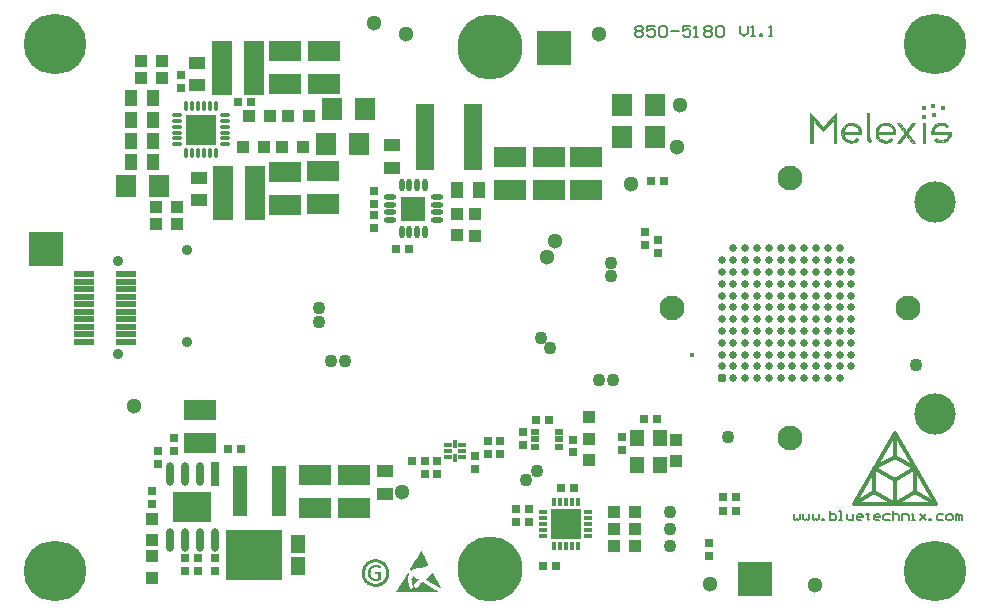
<source format=gts>
G04*
G04 #@! TF.GenerationSoftware,Altium Limited,Altium Designer,18.0.11 (651)*
G04*
G04 Layer_Color=8388736*
%FSLAX44Y44*%
%MOMM*%
G71*
G01*
G75*
%ADD11C,0.3000*%
%ADD13C,0.2000*%
%ADD53C,0.1016*%
%ADD54R,0.3302X0.3302*%
%ADD55R,3.0000X3.0000*%
%ADD56R,3.2500X2.5500*%
%ADD57R,0.7000X0.7000*%
%ADD58R,0.7000X0.7000*%
%ADD59R,1.1000X1.0000*%
%ADD60R,1.6000X5.6000*%
%ADD61R,0.8000X0.5000*%
%ADD62R,1.2000X1.4000*%
%ADD63C,1.1000*%
G04:AMPARAMS|DCode=64|XSize=0.7mm|YSize=0.7mm|CornerRadius=0.2mm|HoleSize=0mm|Usage=FLASHONLY|Rotation=0.000|XOffset=0mm|YOffset=0mm|HoleType=Round|Shape=RoundedRectangle|*
%AMROUNDEDRECTD64*
21,1,0.7000,0.3000,0,0,0.0*
21,1,0.3000,0.7000,0,0,0.0*
1,1,0.4000,0.1500,-0.1500*
1,1,0.4000,-0.1500,-0.1500*
1,1,0.4000,-0.1500,0.1500*
1,1,0.4000,0.1500,0.1500*
%
%ADD64ROUNDEDRECTD64*%
%ADD65C,0.6400*%
%ADD66R,2.5500X2.5500*%
%ADD67R,0.3500X0.7500*%
%ADD68R,0.7500X0.3500*%
%ADD69R,0.6500X0.3500*%
%ADD70R,0.3500X0.6500*%
%ADD71R,1.0000X1.1000*%
%ADD72R,1.7000X1.9000*%
%ADD73R,1.4000X1.1000*%
%ADD74R,1.7000X4.6000*%
%ADD75O,1.1000X0.4500*%
%ADD76O,0.4500X1.1000*%
%ADD77R,2.0500X2.0500*%
%ADD78R,1.1000X1.4000*%
%ADD79O,0.3500X0.9000*%
%ADD80O,0.9000X0.3500*%
%ADD81R,2.5000X2.5000*%
%ADD82R,2.8000X1.7000*%
%ADD83R,1.3000X4.3000*%
%ADD84R,1.7000X0.5000*%
%ADD85R,1.7000X0.5000*%
%ADD86R,4.7500X4.2500*%
%ADD87R,1.2500X1.5500*%
%ADD88O,0.7000X2.0000*%
%ADD89R,0.7000X2.0000*%
%ADD90C,1.3000*%
%ADD91C,0.9000*%
%ADD92C,3.5000*%
%ADD93C,2.1000*%
%ADD94C,5.5000*%
%ADD95O,5.3000X5.1000*%
%ADD96C,0.4500*%
G36*
X299811Y37229D02*
X300246Y37181D01*
X300729Y37084D01*
X301260Y36988D01*
X301840Y36843D01*
X302516Y36649D01*
X303144Y36456D01*
X303869Y36166D01*
X304545Y35828D01*
X305270Y35442D01*
X305946Y34959D01*
X306623Y34475D01*
X307299Y33847D01*
X307347Y33799D01*
X307444Y33702D01*
X307637Y33509D01*
X307830Y33219D01*
X308072Y32881D01*
X308362Y32495D01*
X308700Y32060D01*
X309038Y31528D01*
X309328Y30949D01*
X309666Y30321D01*
X309956Y29644D01*
X310198Y28920D01*
X310391Y28098D01*
X310584Y27277D01*
X310681Y26456D01*
X310729Y25538D01*
Y25489D01*
Y25345D01*
Y25055D01*
X310681Y24717D01*
X310632Y24282D01*
X310536Y23799D01*
X310439Y23267D01*
X310294Y22639D01*
X310101Y22011D01*
X309908Y21335D01*
X309618Y20659D01*
X309280Y19934D01*
X308893Y19209D01*
X308410Y18533D01*
X307927Y17856D01*
X307299Y17180D01*
X307251Y17132D01*
X307154Y17035D01*
X306961Y16890D01*
X306671Y16649D01*
X306333Y16407D01*
X305946Y16117D01*
X305511Y15827D01*
X304980Y15489D01*
X304400Y15199D01*
X303772Y14861D01*
X303096Y14571D01*
X302371Y14330D01*
X301550Y14088D01*
X300729Y13943D01*
X299907Y13847D01*
X298990Y13798D01*
X298506D01*
X298168Y13847D01*
X297733Y13895D01*
X297250Y13992D01*
X296719Y14088D01*
X296139Y14233D01*
X295463Y14378D01*
X294835Y14620D01*
X294110Y14909D01*
X293434Y15248D01*
X292709Y15634D01*
X292033Y16069D01*
X291356Y16600D01*
X290680Y17180D01*
X290632Y17228D01*
X290535Y17325D01*
X290342Y17518D01*
X290149Y17808D01*
X289907Y18146D01*
X289617Y18533D01*
X289279Y18968D01*
X288989Y19499D01*
X288651Y20079D01*
X288313Y20707D01*
X288023Y21431D01*
X287781Y22156D01*
X287588Y22929D01*
X287395Y23750D01*
X287298Y24620D01*
X287250Y25538D01*
Y25586D01*
Y25779D01*
Y26021D01*
X287298Y26359D01*
X287347Y26794D01*
X287443Y27277D01*
X287540Y27808D01*
X287685Y28388D01*
X287878Y29065D01*
X288071Y29693D01*
X288361Y30417D01*
X288699Y31094D01*
X289086Y31818D01*
X289569Y32495D01*
X290100Y33171D01*
X290680Y33847D01*
X290728Y33896D01*
X290825Y33992D01*
X291018Y34186D01*
X291308Y34379D01*
X291646Y34620D01*
X292033Y34910D01*
X292468Y35248D01*
X292999Y35587D01*
X293579Y35876D01*
X294207Y36214D01*
X294883Y36504D01*
X295656Y36746D01*
X296429Y36939D01*
X297250Y37132D01*
X298072Y37229D01*
X298990Y37277D01*
X299473D01*
X299811Y37229D01*
D02*
G37*
G36*
X337990Y44212D02*
X338036Y44166D01*
X338082Y44074D01*
X338174Y43891D01*
X338311Y43616D01*
X338494Y43250D01*
X338723Y42791D01*
X339044Y42196D01*
X339411Y41417D01*
X339869Y40500D01*
X340144Y39996D01*
X340465Y39446D01*
X340785Y38805D01*
X341106Y38118D01*
X341473Y37430D01*
X341885Y36651D01*
X342343Y35781D01*
X342802Y34910D01*
X343260Y33948D01*
X343810Y32940D01*
Y32894D01*
X343764Y32802D01*
X343672Y32665D01*
X343535Y32482D01*
X343397Y32207D01*
X343122Y31978D01*
X342847Y31703D01*
X342481Y31428D01*
X342023Y31107D01*
X341519Y30832D01*
X340877Y30603D01*
X340144Y30374D01*
X339319Y30145D01*
X338403Y30007D01*
X337349Y29915D01*
X336157Y29870D01*
X335699D01*
X335378Y29824D01*
X335012Y29778D01*
X334554Y29732D01*
X334095Y29641D01*
X333546Y29549D01*
X332446Y29228D01*
X331300Y28770D01*
X330751Y28495D01*
X330247Y28174D01*
X329742Y27762D01*
X329330Y27304D01*
X329284Y27350D01*
X329147Y27441D01*
X328964Y27533D01*
X328734Y27716D01*
X328230Y28037D01*
X328047Y28220D01*
X327910Y28358D01*
X327955Y28403D01*
X328001Y28541D01*
X328139Y28724D01*
X328322Y29045D01*
X328551Y29366D01*
X328780Y29824D01*
X329101Y30282D01*
X329422Y30786D01*
X329788Y31382D01*
X330155Y31978D01*
X330980Y33306D01*
X331850Y34727D01*
X332767Y36193D01*
X333683Y37659D01*
X334554Y39126D01*
X335378Y40455D01*
X336112Y41646D01*
X336478Y42196D01*
X336753Y42700D01*
X337028Y43112D01*
X337257Y43479D01*
X337486Y43800D01*
X337624Y44029D01*
X337715Y44212D01*
X337761Y44258D01*
X337990D01*
Y44212D01*
D02*
G37*
G36*
X354715Y12412D02*
X354669D01*
X354624Y12366D01*
X354578Y12274D01*
X354532D01*
X354440Y12366D01*
X354303Y12457D01*
X354074Y12549D01*
X353799Y12732D01*
X353478Y12916D01*
X352699Y13328D01*
X351828Y13878D01*
X350775Y14474D01*
X349675Y15115D01*
X348529Y15757D01*
X347384Y16444D01*
X346284Y17085D01*
X345184Y17727D01*
X344176Y18323D01*
X343352Y18827D01*
X342939Y19102D01*
X342618Y19285D01*
X342343Y19468D01*
X342114Y19606D01*
X341931Y19743D01*
X341794Y19835D01*
Y20155D01*
X343993Y21943D01*
X344039Y21988D01*
X344176Y22126D01*
X344360Y22355D01*
X344589Y22676D01*
X344909Y23088D01*
X345276Y23592D01*
X345688Y24234D01*
X346101Y24921D01*
X347613Y25379D01*
X354715Y12412D01*
D02*
G37*
G36*
X326443Y25563D02*
X326581Y25517D01*
X326764Y25379D01*
X326993Y25242D01*
X327451Y24967D01*
X327635Y24829D01*
X327726Y24692D01*
X327681Y24600D01*
X327543Y24371D01*
X327360Y24004D01*
X327131Y23500D01*
X326902Y22905D01*
X326627Y22263D01*
X326398Y21576D01*
X326214Y20889D01*
Y20797D01*
Y20660D01*
Y20522D01*
X326260Y20293D01*
X326306Y20018D01*
Y19697D01*
X326398Y19377D01*
X326443Y18964D01*
X326535Y18506D01*
X326627Y18002D01*
X326764Y17452D01*
X326947Y16902D01*
X327085Y16261D01*
X327543Y14840D01*
X327910Y13420D01*
Y13374D01*
X327955Y13282D01*
X328001Y13099D01*
X328093Y12916D01*
X328276Y12595D01*
X328368Y12457D01*
X328459Y12412D01*
X329330Y12091D01*
X329788D01*
X329834Y12137D01*
X329972Y12183D01*
X330063Y12320D01*
X330201Y12503D01*
X330338Y12824D01*
X330430Y13237D01*
X330476Y13786D01*
Y14015D01*
Y14107D01*
Y14290D01*
X330430Y14611D01*
X330384Y15023D01*
X330247Y15436D01*
X330109Y15894D01*
X329880Y16307D01*
X329559Y16673D01*
Y16719D01*
X329605Y16856D01*
Y17040D01*
X329651Y17269D01*
X329697Y17773D01*
X329742Y18002D01*
Y18185D01*
Y18323D01*
Y18369D01*
Y18506D01*
X329697Y18689D01*
Y18964D01*
X329605Y19285D01*
X329513Y19651D01*
X329376Y20064D01*
X329193Y20522D01*
X329284Y20568D01*
X329468Y20751D01*
X329742Y21026D01*
X330063Y21347D01*
X330430Y21714D01*
X330705Y22126D01*
X330934Y22492D01*
X331071Y22813D01*
X331209D01*
X331300Y22722D01*
X331392Y22630D01*
X331575Y22492D01*
X332079Y22126D01*
X332675Y21668D01*
X333362Y21209D01*
X334050Y20797D01*
X334783Y20431D01*
X335470Y20155D01*
Y20018D01*
X335424Y19926D01*
X335287Y19789D01*
X335058Y19514D01*
X334874Y19331D01*
X334645Y19102D01*
X334370Y18781D01*
X334050Y18460D01*
X333683Y18094D01*
X333225Y17635D01*
X332721Y17131D01*
X332125Y16581D01*
Y16536D01*
X332079Y16444D01*
X332034Y16261D01*
X331942Y16077D01*
X331804Y15665D01*
X331759Y15482D01*
Y15298D01*
Y13924D01*
Y13878D01*
X331804Y13786D01*
X331850Y13741D01*
X332217Y13237D01*
X332583Y12961D01*
X333087D01*
X333271Y13007D01*
X333546Y13099D01*
X333866Y13237D01*
X334187Y13374D01*
X334508Y13557D01*
X334829Y13741D01*
X335012Y14015D01*
X335562Y14840D01*
Y14886D01*
X335608Y14932D01*
X335837Y15207D01*
X336112Y15619D01*
X336524Y16123D01*
X336982Y16627D01*
X337532Y17223D01*
X338174Y17727D01*
X338815Y18185D01*
X338861Y18139D01*
X338953Y18094D01*
X339182Y17956D01*
X339411Y17819D01*
X339732Y17635D01*
X340098Y17406D01*
X340510Y17131D01*
X341015Y16811D01*
X342068Y16169D01*
X343260Y15436D01*
X344497Y14657D01*
X345826Y13832D01*
X347109Y13007D01*
X348392Y12228D01*
X349583Y11495D01*
X350637Y10808D01*
X351095Y10533D01*
X351508Y10258D01*
X351920Y10029D01*
X352241Y9800D01*
X352470Y9617D01*
X352653Y9525D01*
X352791Y9433D01*
X352836Y9388D01*
Y9296D01*
X316683D01*
X316592Y9342D01*
X316500Y9388D01*
X316454Y9525D01*
X326306Y25608D01*
X326398D01*
X326443Y25563D01*
D02*
G37*
%LPC*%
G36*
X298990Y34717D02*
X298603D01*
X298361Y34669D01*
X298023Y34620D01*
X297637Y34572D01*
X296767Y34379D01*
X295704Y34041D01*
X294641Y33557D01*
X294062Y33268D01*
X293530Y32929D01*
X292999Y32495D01*
X292468Y32011D01*
X292419Y31963D01*
X292371Y31867D01*
X292226Y31722D01*
X292033Y31528D01*
X291840Y31287D01*
X291646Y30949D01*
X291405Y30610D01*
X291163Y30176D01*
X290632Y29258D01*
X290245Y28147D01*
X289907Y26890D01*
X289859Y26214D01*
X289811Y25538D01*
Y25489D01*
Y25393D01*
Y25151D01*
X289859Y24910D01*
X289907Y24572D01*
X289955Y24185D01*
X290149Y23315D01*
X290438Y22253D01*
X290922Y21190D01*
X291260Y20610D01*
X291598Y20079D01*
X291985Y19547D01*
X292468Y19016D01*
X292516Y18968D01*
X292612Y18919D01*
X292757Y18774D01*
X292951Y18581D01*
X293192Y18388D01*
X293530Y18195D01*
X293869Y17953D01*
X294303Y17711D01*
X295270Y17180D01*
X296381Y16794D01*
X297637Y16455D01*
X298265Y16407D01*
X298990Y16359D01*
X299376D01*
X299618Y16407D01*
X299956Y16455D01*
X300342Y16504D01*
X301212Y16697D01*
X302226Y16987D01*
X303337Y17470D01*
X303869Y17808D01*
X304400Y18146D01*
X304932Y18533D01*
X305463Y19016D01*
X305511Y19064D01*
X305560Y19161D01*
X305705Y19306D01*
X305898Y19499D01*
X306091Y19741D01*
X306333Y20079D01*
X306574Y20417D01*
X306816Y20852D01*
X307299Y21818D01*
X307734Y22929D01*
X308072Y24185D01*
X308120Y24813D01*
X308169Y25538D01*
Y25586D01*
Y25683D01*
Y25924D01*
X308120Y26166D01*
X308072Y26504D01*
X308024Y26890D01*
X307830Y27760D01*
X307492Y28775D01*
X307009Y29838D01*
X306719Y30417D01*
X306381Y30949D01*
X305946Y31480D01*
X305463Y32011D01*
X305415Y32060D01*
X305366Y32108D01*
X305173Y32253D01*
X304980Y32446D01*
X304739Y32640D01*
X304400Y32881D01*
X304062Y33123D01*
X303676Y33364D01*
X302710Y33847D01*
X301598Y34282D01*
X300342Y34620D01*
X299714Y34669D01*
X298990Y34717D01*
D02*
G37*
%LPD*%
G36*
X300197Y32156D02*
X300729Y32060D01*
X300874D01*
X301164Y32011D01*
X301550Y31915D01*
X301985Y31770D01*
X302033D01*
X302081Y31722D01*
X302275Y31673D01*
X302565Y31528D01*
X302806Y31384D01*
X302854D01*
X302999Y31287D01*
X303144Y31190D01*
X303289Y31094D01*
X303337D01*
X303386Y30997D01*
X303482Y30755D01*
Y30707D01*
X303531Y30610D01*
Y30466D01*
Y30176D01*
Y30127D01*
Y30079D01*
X303482Y29789D01*
Y29741D01*
Y29693D01*
X303434Y29499D01*
Y29451D01*
X303337Y29354D01*
X303289D01*
X303193Y29306D01*
X303144D01*
X303096Y29354D01*
X302951Y29403D01*
X302758Y29499D01*
X302710Y29548D01*
X302565Y29644D01*
X302323Y29741D01*
X301985Y29886D01*
X301888Y29934D01*
X301647Y30031D01*
X301308Y30176D01*
X300825Y30272D01*
X300777D01*
X300729Y30321D01*
X300584D01*
X300390Y30369D01*
X299907Y30417D01*
X299231Y30466D01*
X298845D01*
X298603Y30417D01*
X297975Y30321D01*
X297299Y30079D01*
X297250D01*
X297154Y30031D01*
X297009Y29934D01*
X296815Y29838D01*
X296381Y29548D01*
X295898Y29113D01*
Y29065D01*
X295801Y29016D01*
X295704Y28871D01*
X295560Y28678D01*
X295270Y28195D01*
X294980Y27567D01*
Y27519D01*
X294931Y27422D01*
X294883Y27229D01*
X294835Y26987D01*
X294786Y26649D01*
X294738Y26311D01*
X294690Y25538D01*
Y25489D01*
Y25345D01*
Y25103D01*
X294738Y24813D01*
X294835Y24137D01*
X295028Y23412D01*
Y23364D01*
X295076Y23267D01*
X295173Y23074D01*
X295270Y22881D01*
X295560Y22349D01*
X295946Y21818D01*
X295994Y21770D01*
X296043Y21721D01*
X296187Y21625D01*
X296381Y21480D01*
X296815Y21142D01*
X297395Y20852D01*
X297444D01*
X297540Y20803D01*
X297733Y20755D01*
X297927Y20707D01*
X298506Y20610D01*
X299231Y20562D01*
X299618D01*
X299956Y20610D01*
X300390Y20707D01*
X300439D01*
X300487Y20755D01*
X300729Y20803D01*
X301067Y20948D01*
X301453Y21093D01*
Y24620D01*
X298410D01*
X298361Y24668D01*
X298313Y24765D01*
Y24813D01*
X298265Y24862D01*
X298216Y25055D01*
Y25103D01*
Y25151D01*
Y25441D01*
Y25489D01*
Y25538D01*
Y25779D01*
Y25828D01*
X298265Y25876D01*
Y25973D01*
X298313Y26021D01*
X298361Y26069D01*
X298410Y26166D01*
X298458Y26214D01*
X303048D01*
X303193Y26166D01*
X303337Y26069D01*
X303386Y26021D01*
X303434Y25924D01*
X303482Y25779D01*
X303531Y25489D01*
Y20417D01*
Y20369D01*
Y20272D01*
X303434Y19982D01*
Y19934D01*
X303386Y19885D01*
X303289Y19789D01*
X303096Y19741D01*
X303048Y19692D01*
X302854Y19644D01*
X302565Y19499D01*
X302226Y19354D01*
X302130D01*
X301936Y19257D01*
X301598Y19161D01*
X301212Y19064D01*
X301115D01*
X300922Y19016D01*
X300584Y18968D01*
X300197Y18871D01*
X299859D01*
X299521Y18823D01*
X298893D01*
X298603Y18871D01*
X298216D01*
X297782Y18919D01*
X297347Y19016D01*
X296381Y19306D01*
X296332D01*
X296187Y19402D01*
X295946Y19499D01*
X295656Y19644D01*
X294980Y20079D01*
X294255Y20610D01*
X294207Y20659D01*
X294110Y20755D01*
X293965Y20948D01*
X293772Y21190D01*
X293579Y21480D01*
X293337Y21866D01*
X292951Y22687D01*
Y22736D01*
X292902Y22881D01*
X292806Y23171D01*
X292757Y23509D01*
X292661Y23895D01*
X292564Y24378D01*
X292516Y24862D01*
Y25441D01*
Y25489D01*
Y25683D01*
X292564Y25973D01*
Y26359D01*
X292612Y26794D01*
X292709Y27229D01*
X292999Y28195D01*
X293047Y28243D01*
X293096Y28437D01*
X293192Y28678D01*
X293386Y28968D01*
X293820Y29644D01*
X294400Y30369D01*
X294448Y30417D01*
X294545Y30514D01*
X294738Y30707D01*
X294980Y30900D01*
X295270Y31094D01*
X295656Y31335D01*
X296477Y31722D01*
X296526D01*
X296671Y31818D01*
X296961Y31867D01*
X297299Y31963D01*
X297685Y32060D01*
X298168Y32108D01*
X298651Y32205D01*
X299714D01*
X300197Y32156D01*
D02*
G37*
D11*
X704038Y84000D02*
X738680Y144000D01*
X704038Y84000D02*
X773320D01*
X738680Y144000D02*
X773320Y84000D01*
X756000Y94000D02*
Y114000D01*
X721359Y94000D02*
Y114000D01*
X738680Y124000D02*
Y144000D01*
X756000Y94000D02*
X773320Y84000D01*
X738680D02*
X756000Y94000D01*
X704038Y84000D02*
X721359Y94000D01*
Y114000D02*
X738680Y124000D01*
X756000Y114000D01*
X721359Y94000D02*
X738680Y84000D01*
X721359Y114000D02*
X738680Y104000D01*
Y84000D02*
Y104000D01*
X756000Y114000D01*
D13*
X653000Y75332D02*
Y71333D01*
X654333Y70000D01*
X655666Y71333D01*
X656999Y70000D01*
X658332Y71333D01*
Y75332D01*
X660997D02*
Y71333D01*
X662330Y70000D01*
X663663Y71333D01*
X664996Y70000D01*
X666329Y71333D01*
Y75332D01*
X668995D02*
Y71333D01*
X670328Y70000D01*
X671661Y71333D01*
X672993Y70000D01*
X674326Y71333D01*
Y75332D01*
X676992Y70000D02*
Y71333D01*
X678325D01*
Y70000D01*
X676992D01*
X683657Y77997D02*
Y70000D01*
X687655D01*
X688988Y71333D01*
Y72666D01*
Y73999D01*
X687655Y75332D01*
X683657D01*
X691654Y70000D02*
X694320D01*
X692987D01*
Y77997D01*
X691654D01*
X698319Y75332D02*
Y71333D01*
X699652Y70000D01*
X703650D01*
Y75332D01*
X710315Y70000D02*
X707649D01*
X706316Y71333D01*
Y73999D01*
X707649Y75332D01*
X710315D01*
X711648Y73999D01*
Y72666D01*
X706316D01*
X715647Y76665D02*
Y75332D01*
X714314D01*
X716979D01*
X715647D01*
Y71333D01*
X716979Y70000D01*
X724977D02*
X722311D01*
X720978Y71333D01*
Y73999D01*
X722311Y75332D01*
X724977D01*
X726310Y73999D01*
Y72666D01*
X720978D01*
X734307Y75332D02*
X730308D01*
X728976Y73999D01*
Y71333D01*
X730308Y70000D01*
X734307D01*
X736973Y77997D02*
Y70000D01*
Y73999D01*
X738306Y75332D01*
X740972D01*
X742305Y73999D01*
Y70000D01*
X744970D02*
Y75332D01*
X748969D01*
X750302Y73999D01*
Y70000D01*
X752968D02*
X755634D01*
X754301D01*
Y75332D01*
X752968D01*
X759632D02*
X764964Y70000D01*
X762298Y72666D01*
X764964Y75332D01*
X759632Y70000D01*
X767630D02*
Y71333D01*
X768963D01*
Y70000D01*
X767630D01*
X779626Y75332D02*
X775627D01*
X774294Y73999D01*
Y71333D01*
X775627Y70000D01*
X779626D01*
X783625D02*
X786290D01*
X787623Y71333D01*
Y73999D01*
X786290Y75332D01*
X783625D01*
X782292Y73999D01*
Y71333D01*
X783625Y70000D01*
X790289D02*
Y75332D01*
X791622D01*
X792955Y73999D01*
Y70000D01*
Y73999D01*
X794288Y75332D01*
X795621Y73999D01*
Y70000D01*
X608000Y488997D02*
Y482999D01*
X610999Y480000D01*
X613998Y482999D01*
Y488997D01*
X616997Y480000D02*
X619996D01*
X618497D01*
Y488997D01*
X616997Y487498D01*
X624495Y480000D02*
Y481499D01*
X625994D01*
Y480000D01*
X624495D01*
X631992D02*
X634991D01*
X633492D01*
Y488997D01*
X631992Y487498D01*
X519000Y487331D02*
X520666Y488997D01*
X523998D01*
X525664Y487331D01*
Y485664D01*
X523998Y483998D01*
X525664Y482332D01*
Y480666D01*
X523998Y479000D01*
X520666D01*
X519000Y480666D01*
Y482332D01*
X520666Y483998D01*
X519000Y485664D01*
Y487331D01*
X520666Y483998D02*
X523998D01*
X535661Y488997D02*
X528997D01*
Y483998D01*
X532329Y485664D01*
X533995D01*
X535661Y483998D01*
Y480666D01*
X533995Y479000D01*
X530663D01*
X528997Y480666D01*
X538994Y487331D02*
X540660Y488997D01*
X543992D01*
X545658Y487331D01*
Y480666D01*
X543992Y479000D01*
X540660D01*
X538994Y480666D01*
Y487331D01*
X548990Y483998D02*
X555655D01*
X565652Y488997D02*
X558987D01*
Y483998D01*
X562319Y485664D01*
X563985D01*
X565652Y483998D01*
Y480666D01*
X563985Y479000D01*
X560653D01*
X558987Y480666D01*
X568984Y479000D02*
X572316D01*
X570650D01*
Y488997D01*
X568984Y487331D01*
X577314D02*
X578981Y488997D01*
X582313D01*
X583979Y487331D01*
Y485664D01*
X582313Y483998D01*
X583979Y482332D01*
Y480666D01*
X582313Y479000D01*
X578981D01*
X577314Y480666D01*
Y482332D01*
X578981Y483998D01*
X577314Y485664D01*
Y487331D01*
X578981Y483998D02*
X582313D01*
X587311Y487331D02*
X588978Y488997D01*
X592310D01*
X593976Y487331D01*
Y480666D01*
X592310Y479000D01*
X588978D01*
X587311Y480666D01*
Y487331D01*
D53*
X668496Y389722D02*
X669258D01*
Y409280D01*
X669766D01*
X670020Y409026D01*
X677894Y401660D01*
X686784Y409280D01*
X678148Y399882D02*
X686784Y409280D01*
X677894Y399374D02*
X678148Y399882D01*
X669766Y408518D02*
X677894Y399374D01*
X669766Y408518D02*
Y408772D01*
X669258Y409788D02*
X669766Y408772D01*
X669004Y409534D02*
X669258Y409788D01*
X669004Y409534D02*
X677894Y400136D01*
X687038Y410042D01*
Y389976D02*
Y410042D01*
Y389976D02*
X687546D01*
Y389722D02*
Y389976D01*
X686784Y389722D02*
X687546D01*
X686784D02*
Y411566D01*
X687546D01*
X677894Y400898D02*
X687546Y411566D01*
X669004Y410550D02*
X677894Y400898D01*
X668750Y410550D02*
X669004D01*
X668750D02*
Y411566D01*
X669004D01*
Y389722D02*
Y411566D01*
X668242Y389722D02*
X669004D01*
X668242D02*
Y390230D01*
X667480D02*
X668242D01*
X667480Y389722D02*
Y390230D01*
Y389722D02*
X668242D01*
Y412836D01*
X667988D02*
X668242D01*
X667988D02*
X677894Y401914D01*
X687546Y412582D01*
Y389722D02*
Y412582D01*
Y389722D02*
X688308D01*
Y414360D01*
X677894Y402676D02*
X688308Y414360D01*
X667480D02*
X677894Y402676D01*
X667480Y389722D02*
Y414360D01*
X723360Y395564D02*
X723614Y395310D01*
X724376Y394294D01*
X724884Y393532D01*
X725392Y393278D01*
X726154Y392516D01*
X727170Y391754D01*
X728440Y391246D01*
X729710Y390992D01*
X732504Y391246D01*
X734536Y392008D01*
X735298Y392770D01*
X735806Y392262D01*
X735298Y391754D02*
X735806Y392262D01*
X734282Y391246D02*
X735298Y391754D01*
X733266Y390992D02*
X734282Y391246D01*
X732504Y390484D02*
X733266Y390992D01*
X729456Y390484D02*
X732504D01*
X728694Y390738D02*
X729456Y390484D01*
X727678Y390992D02*
X728694Y390738D01*
X726408Y391754D02*
X727678Y390992D01*
X724884Y392770D02*
X726408Y391754D01*
X724122Y393786D02*
X724884Y392770D01*
X723868Y393786D02*
X724122D01*
X723360Y394548D02*
X723868Y393786D01*
X723360Y394548D02*
X724376Y394802D01*
X723360Y395564D02*
X724376Y394802D01*
X722852Y396326D02*
X723360Y395564D01*
X722852Y396326D02*
X723106Y396580D01*
X724376Y395310D01*
X723360Y397342D02*
X723868Y396580D01*
X723106Y398866D02*
X723360Y397342D01*
X723106Y398866D02*
Y400390D01*
X723614Y401406D01*
X724122Y402676D01*
X724884Y403692D01*
X725646Y404200D01*
X726662Y405216D01*
X727932Y405470D01*
X729456Y405978D01*
X733012D01*
X733520Y405470D01*
X734790Y404962D01*
X735552Y404200D01*
X737076Y402930D01*
X737330Y402422D01*
X737838Y401152D01*
X738346Y400136D01*
X738600Y399120D01*
X738346Y398358D02*
X738600Y399120D01*
X737838Y398866D02*
X738346Y398358D01*
X737838Y398866D02*
Y399374D01*
X737584Y400644D02*
X737838Y399374D01*
X736568Y402676D02*
X737584Y400644D01*
X736060Y403438D02*
X736568Y402676D01*
X734790Y404454D02*
X736060Y403438D01*
X733774Y404962D02*
X734790Y404454D01*
X732504Y405470D02*
X733774Y404962D01*
X731234Y405724D02*
X732504Y405470D01*
X729964Y405724D02*
X731234D01*
X729202Y405470D02*
X729964Y405724D01*
X727678Y405216D02*
X729202Y405470D01*
X726916Y404454D02*
X727678Y405216D01*
X725900Y403946D02*
X726916Y404454D01*
X725392Y403184D02*
X725900Y403946D01*
X724630Y402168D02*
X725392Y403184D01*
X723868Y400644D02*
X724630Y402168D01*
X723614Y399374D02*
X723868Y400644D01*
X723614Y399374D02*
X723868Y398358D01*
X724630Y397596D01*
X724122D02*
X724630D01*
X724122D02*
Y398104D01*
X736568D01*
X736822Y397850D01*
X738092D01*
X737330Y398358D02*
X738092Y397850D01*
X736822Y398866D02*
X737330Y398358D01*
X724376Y398866D02*
X736822D01*
X724376D02*
Y399374D01*
X724630Y400390D01*
X725900Y402930D01*
X726916Y403692D01*
X727678Y404454D01*
X728948Y404708D01*
X729964Y404962D01*
X732250D01*
X734282Y403946D01*
X735298Y403184D01*
X736060Y402422D01*
X736822Y401152D01*
X737076Y399882D01*
Y398866D02*
Y399882D01*
Y398866D02*
X738346Y398104D01*
X739108Y397342D01*
X725138D02*
X739108D01*
X724376Y397088D02*
X725138Y397342D01*
X724376Y396326D02*
Y397088D01*
Y396326D02*
X724630Y395310D01*
X725138Y394802D01*
X724630Y395056D02*
X725138Y394802D01*
X724630Y395056D02*
X726408Y393278D01*
X727424Y392516D01*
X728186Y392008D01*
X727932D02*
X728186D01*
X727932D02*
X729202Y391754D01*
X730218Y391500D01*
X732250D01*
X733266Y391754D01*
X734282Y392516D01*
X735298Y393532D01*
X736568Y392262D01*
X736060Y391754D02*
X736568Y392262D01*
X735298Y391246D02*
X736060Y391754D01*
X734028Y390484D02*
X735298Y391246D01*
X732504Y389976D02*
X734028Y390484D01*
X731234Y389722D02*
X732504Y389976D01*
X729710Y389722D02*
X731234D01*
X728440Y389976D02*
X729710Y389722D01*
X727424Y390484D02*
X728440Y389976D01*
X726154Y391246D02*
X727424Y390484D01*
X724630Y392262D02*
X726154Y391246D01*
X723106Y394040D02*
X724630Y392262D01*
X722598Y395564D02*
X723106Y394040D01*
X722344Y396580D02*
X722598Y395564D01*
X722344Y396580D02*
Y399628D01*
X722852Y401406D01*
X723360Y402676D01*
X724376Y403946D01*
X726408Y405470D01*
X727424Y405978D01*
X728694Y406232D01*
X729710Y406486D01*
X732758D01*
X734282Y405978D01*
X735552Y405216D01*
X737838Y402930D01*
X738346Y401914D01*
X738854Y400644D01*
X739108Y399120D01*
Y397342D02*
Y399120D01*
X694404Y395564D02*
X694658Y395310D01*
X695420Y394294D01*
X695928Y393532D01*
X696436Y393278D01*
X697198Y392516D01*
X698214Y391754D01*
X699484Y391246D01*
X700754Y390992D01*
X703548Y391246D01*
X705580Y392008D01*
X706342Y392770D01*
X706850Y392262D01*
X706342Y391754D02*
X706850Y392262D01*
X705326Y391246D02*
X706342Y391754D01*
X704310Y390992D02*
X705326Y391246D01*
X703548Y390484D02*
X704310Y390992D01*
X700500Y390484D02*
X703548D01*
X699738Y390738D02*
X700500Y390484D01*
X698722Y390992D02*
X699738Y390738D01*
X697452Y391754D02*
X698722Y390992D01*
X695928Y392770D02*
X697452Y391754D01*
X695166Y393786D02*
X695928Y392770D01*
X694912Y393786D02*
X695166D01*
X694404Y394548D02*
X694912Y393786D01*
X694404Y394548D02*
X695420Y394802D01*
X694404Y395564D02*
X695420Y394802D01*
X693896Y396326D02*
X694404Y395564D01*
X693896Y396326D02*
X694150Y396580D01*
X695420Y395310D01*
X694912Y396580D02*
X695420Y395310D01*
X694404Y397342D02*
X694912Y396580D01*
X694150Y398866D02*
X694404Y397342D01*
X694150Y398866D02*
Y400390D01*
X694658Y401406D01*
X695166Y402676D01*
X695928Y403692D01*
X696690Y404200D01*
X697706Y405216D01*
X698976Y405470D01*
X700500Y405978D01*
X704056D01*
X704564Y405470D01*
X705834Y404962D01*
X706596Y404200D01*
X708120Y402930D01*
X708374Y402422D01*
X708882Y401152D01*
X709390Y400136D01*
X709644Y399120D01*
X709390Y398358D02*
X709644Y399120D01*
X708882Y398866D02*
X709390Y398358D01*
X708882Y398866D02*
Y399374D01*
X708628Y400644D02*
X708882Y399374D01*
X707612Y402676D02*
X708628Y400644D01*
X707104Y403438D02*
X707612Y402676D01*
X705834Y404454D02*
X707104Y403438D01*
X704818Y404962D02*
X705834Y404454D01*
X703548Y405470D02*
X704818Y404962D01*
X702278Y405724D02*
X703548Y405470D01*
X701008Y405724D02*
X702278D01*
X700246Y405470D02*
X701008Y405724D01*
X698722Y405216D02*
X700246Y405470D01*
X697960Y404454D02*
X698722Y405216D01*
X696944Y403946D02*
X697960Y404454D01*
X696436Y403184D02*
X696944Y403946D01*
X695674Y402168D02*
X696436Y403184D01*
X694912Y400644D02*
X695674Y402168D01*
X694658Y399374D02*
X694912Y400644D01*
X694658Y399374D02*
X694912Y398358D01*
X695674Y397596D01*
X695166D02*
X695674D01*
X695166D02*
Y398104D01*
X707612D01*
X707866Y397850D01*
X709136D01*
X708374Y398358D02*
X709136Y397850D01*
X707866Y398866D02*
X708374Y398358D01*
X695420Y398866D02*
X707866D01*
X695420D02*
Y399374D01*
X695674Y400390D01*
X696944Y402930D01*
X697960Y403692D01*
X698722Y404454D01*
X699992Y404708D01*
X701008Y404962D01*
X703294D01*
X705326Y403946D01*
X706342Y403184D01*
X707104Y402422D01*
X707866Y401152D01*
X708120Y399882D01*
Y398866D02*
Y399882D01*
Y398866D02*
X709390Y398104D01*
X710152Y397342D01*
X696182D02*
X710152D01*
X695420Y397088D02*
X696182Y397342D01*
X695420Y396326D02*
Y397088D01*
Y396326D02*
X695674Y395310D01*
X696182Y394802D01*
X695674Y395056D02*
X696182Y394802D01*
X695674Y395056D02*
X697452Y393278D01*
X698468Y392516D01*
X699230Y392008D01*
X698976D02*
X699230D01*
X698976D02*
X700246Y391754D01*
X701262Y391500D01*
X703294D01*
X704310Y391754D01*
X705326Y392516D01*
X706342Y393532D01*
X707612Y392262D01*
X707104Y391754D02*
X707612Y392262D01*
X706342Y391246D02*
X707104Y391754D01*
X705072Y390484D02*
X706342Y391246D01*
X703548Y389976D02*
X705072Y390484D01*
X702278Y389722D02*
X703548Y389976D01*
X700754Y389722D02*
X702278D01*
X699484Y389976D02*
X700754Y389722D01*
X698468Y390484D02*
X699484Y389976D01*
X697198Y391246D02*
X698468Y390484D01*
X695674Y392262D02*
X697198Y391246D01*
X694150Y394040D02*
X695674Y392262D01*
X693642Y395564D02*
X694150Y394040D01*
X693388Y396580D02*
X693642Y395564D01*
X693388Y396580D02*
Y399628D01*
X693896Y401406D01*
X694404Y402676D01*
X695420Y403946D01*
X697452Y405470D01*
X698468Y405978D01*
X699738Y406232D01*
X700754Y406486D01*
X703802D01*
X705326Y405978D01*
X706596Y405216D01*
X708882Y402930D01*
X709390Y401914D01*
X709898Y400644D01*
X710152Y399120D01*
Y397342D02*
Y399120D01*
X717264Y390992D02*
X717518Y390484D01*
X716756Y391754D02*
X717264Y390992D01*
X716248Y392770D02*
X716756Y391754D01*
X715740Y393532D02*
X716248Y392770D01*
X715740Y414106D02*
X716248D01*
Y394294D02*
X716502Y393532D01*
X717010Y392516D01*
X718026Y390992D01*
X718534Y391500D01*
X718788Y390992D01*
X717264Y389976D02*
X718788Y390992D01*
X716248Y391246D02*
X717264Y389976D01*
X715486Y392516D02*
X716248Y391246D01*
X715232Y393532D02*
X715486Y392516D01*
X715232Y414868D02*
X717010D01*
Y394294D02*
Y414868D01*
Y394294D02*
X717772Y392770D01*
X718788Y390992D01*
X742664Y390230D02*
X754602Y406232D01*
X753840D02*
X754602D01*
X741902Y390230D02*
X753840Y406232D01*
X740886Y389722D02*
X741902Y390230D01*
X740886Y389722D02*
X743172D01*
X755364Y406486D01*
X753078D02*
X755364D01*
X740886Y389722D02*
X753078Y406486D01*
X742664Y406232D02*
X755110Y389722D01*
X754094Y389976D02*
X755110Y389722D01*
X742156Y405978D02*
X754094Y389976D01*
X740886Y406486D02*
X742156Y405978D01*
X740886Y406486D02*
X743172D01*
X755872Y389468D01*
X753586D02*
X755872D01*
X740886Y406486D02*
X753586Y389468D01*
X763238Y389976D02*
Y406232D01*
X762476Y389976D02*
X763238D01*
X762476Y389722D02*
Y389976D01*
Y389722D02*
X764000D01*
Y406486D01*
X762476D02*
X764000D01*
X762476Y389722D02*
Y406486D01*
X770096Y397850D02*
X783558D01*
X785082Y397596D01*
X784574Y398104D02*
X785082Y397596D01*
X784320Y397342D02*
X784574Y398104D01*
X784320Y396072D02*
Y397342D01*
X783558Y394294D02*
X784320Y396072D01*
X783050Y393532D02*
X783558Y394294D01*
X783050Y393532D02*
X783812D01*
X784066Y395310D01*
X783812Y394548D02*
X784066Y395310D01*
X783304Y393786D02*
X783812Y394548D01*
X782288Y393024D02*
X783304Y393786D01*
X781018Y392262D02*
X782288Y393024D01*
X779748Y391754D02*
X781018Y392262D01*
X777208Y391246D02*
X779748Y391754D01*
X775430Y391500D02*
X777208Y391246D01*
X773652Y392770D02*
X775430Y391500D01*
X773652Y392770D02*
X774160Y392008D01*
X773398Y392770D02*
X774160Y392008D01*
X772890Y393024D02*
X773398Y392770D01*
X772890Y392008D02*
Y393024D01*
Y392008D02*
X774922Y390992D01*
X777208Y390484D01*
X778986Y390738D01*
X781526Y391500D01*
X783304Y392770D01*
X784574Y394548D01*
X785590Y397088D01*
X785336Y397596D02*
X785590Y397088D01*
X785082Y396834D02*
X785336Y397596D01*
X784828Y395056D02*
X785082Y396834D01*
X784828Y395056D02*
X785082Y396072D01*
X784828Y396834D02*
X785082Y396072D01*
X784828Y396834D02*
X785336Y397596D01*
X785590Y398358D01*
X771620D02*
X785590D01*
X771112Y397850D02*
X771620Y398358D01*
X771112Y397850D02*
Y399120D01*
X770350Y397596D02*
X771112Y399120D01*
X770350Y397596D02*
X770604Y398866D01*
X770858Y399882D01*
X771112Y401152D01*
Y400136D02*
Y401152D01*
X770604Y400644D02*
X771112Y400136D01*
X770604Y400644D02*
X771112Y401660D01*
X772128Y402676D01*
X773144Y403438D01*
X772128Y402422D02*
X773144Y403438D01*
X771366Y402168D02*
X772128Y402422D01*
X771366Y402168D02*
X772128Y403438D01*
X773144Y403692D01*
X774922Y404962D01*
X777462Y405470D01*
X779748Y405216D01*
X780764Y404962D01*
X782034Y404200D01*
X782796Y403692D01*
X783304Y404200D01*
X782542Y404708D02*
X783304Y404200D01*
X781526Y405216D02*
X782542Y404708D01*
X779494Y405724D02*
X781526Y405216D01*
X775176Y405724D02*
X779494D01*
X772636Y404200D02*
X775176Y405724D01*
X771620Y403692D02*
X772636Y404200D01*
X770604Y402168D02*
X771620Y403692D01*
X770096Y399628D02*
X770604Y402168D01*
X769842Y397850D02*
X770096Y399628D01*
X769334Y397088D02*
X769842Y397850D01*
X769334Y397088D02*
X783558D01*
Y395564D02*
Y397088D01*
X783050Y394548D02*
X783558Y395564D01*
X782542Y393786D02*
X783050Y394548D01*
X781780Y393278D02*
X782542Y393786D01*
X780764Y392770D02*
X781780Y393278D01*
X779494Y392262D02*
X780764Y392770D01*
X778478Y392008D02*
X779494Y392262D01*
X776446Y392008D02*
X778478D01*
X775176Y392516D02*
X776446Y392008D01*
X773906Y393278D02*
X775176Y392516D01*
X773144Y393786D02*
X773906Y393278D01*
X771620Y392008D02*
X773144Y393786D01*
X771620Y392008D02*
X772636Y391246D01*
X774668Y390484D01*
X776192Y389976D01*
X778986D01*
X780510Y390484D01*
X782796Y391500D01*
X784066Y392770D01*
X785336Y394294D01*
X785844Y396072D01*
Y398866D01*
X771620D02*
X785844D01*
X771620D02*
Y400136D01*
X771874Y401152D01*
X772636Y402422D01*
X773906Y403692D01*
X775176Y404200D01*
X776192Y404708D01*
X778986D01*
X780002Y404454D01*
X781272Y403946D01*
X782796Y402930D01*
X784066Y404200D01*
X783050Y404962D02*
X784066Y404200D01*
X781780Y405724D02*
X783050Y404962D01*
X780256Y406232D02*
X781780Y405724D01*
X778986Y406486D02*
X780256Y406232D01*
X776192Y406486D02*
X778986D01*
X774922Y406232D02*
X776192Y406486D01*
X772890Y405216D02*
X774922Y406232D01*
X771620Y404200D02*
X772890Y405216D01*
X770604Y403184D02*
X771620Y404200D01*
X769842Y401660D02*
X770604Y403184D01*
X769334Y399120D02*
X769842Y401660D01*
X769334Y397088D02*
Y399120D01*
X667226Y414614D02*
X667480Y414360D01*
X667226Y389722D02*
Y414614D01*
Y389722D02*
X667988D01*
X688562Y414614D02*
X688816D01*
Y389722D02*
Y414614D01*
X687546Y389722D02*
X688816D01*
X763238D02*
X764254D01*
Y406486D01*
X762222D02*
X764254D01*
X762222Y389722D02*
Y406486D01*
Y389722D02*
X762730D01*
X715740Y393532D02*
Y414106D01*
X715232Y393532D02*
Y414868D01*
X723868Y396580D02*
X724376Y395310D01*
X716248Y394294D02*
Y414106D01*
X762222Y389722D02*
X762730D01*
X762222D02*
Y406486D01*
X764254D01*
Y389722D02*
Y406486D01*
X763238Y389722D02*
X764254D01*
X687546D02*
X688816D01*
Y414614D01*
X688562D02*
X688816D01*
X667226Y389722D02*
X667988D01*
X667226D02*
Y414614D01*
X667480Y414360D01*
X769334Y397088D02*
Y399120D01*
X769842Y401660D01*
X770604Y403184D01*
X771620Y404200D01*
X772890Y405216D01*
X774922Y406232D01*
X776192Y406486D01*
X778986D01*
X780256Y406232D01*
X781780Y405724D01*
X783050Y404962D01*
X784066Y404200D01*
X782796Y402930D02*
X784066Y404200D01*
X781272Y403946D02*
X782796Y402930D01*
X780002Y404454D02*
X781272Y403946D01*
X778986Y404708D02*
X780002Y404454D01*
X776192Y404708D02*
X778986D01*
X775176Y404200D02*
X776192Y404708D01*
X773906Y403692D02*
X775176Y404200D01*
X772636Y402422D02*
X773906Y403692D01*
X771874Y401152D02*
X772636Y402422D01*
X771620Y400136D02*
X771874Y401152D01*
X771620Y398866D02*
Y400136D01*
Y398866D02*
X785844D01*
Y396072D02*
Y398866D01*
X785336Y394294D02*
X785844Y396072D01*
X784066Y392770D02*
X785336Y394294D01*
X782796Y391500D02*
X784066Y392770D01*
X780510Y390484D02*
X782796Y391500D01*
X778986Y389976D02*
X780510Y390484D01*
X776192Y389976D02*
X778986D01*
X774668Y390484D02*
X776192Y389976D01*
X772636Y391246D02*
X774668Y390484D01*
X771620Y392008D02*
X772636Y391246D01*
X771620Y392008D02*
X773144Y393786D01*
X773906Y393278D01*
X775176Y392516D01*
X776446Y392008D01*
X778478D01*
X779494Y392262D01*
X780764Y392770D01*
X781780Y393278D01*
X782542Y393786D01*
X783050Y394548D01*
X783558Y395564D01*
Y397088D01*
X769334D02*
X783558D01*
X769334D02*
X769842Y397850D01*
X770096Y399628D01*
X770604Y402168D01*
X771620Y403692D01*
X772636Y404200D01*
X775176Y405724D01*
X779494D01*
X781526Y405216D01*
X782542Y404708D01*
X783304Y404200D01*
X782796Y403692D02*
X783304Y404200D01*
X782034D02*
X782796Y403692D01*
X780764Y404962D02*
X782034Y404200D01*
X779748Y405216D02*
X780764Y404962D01*
X777462Y405470D02*
X779748Y405216D01*
X774922Y404962D02*
X777462Y405470D01*
X773144Y403692D02*
X774922Y404962D01*
X772128Y403438D02*
X773144Y403692D01*
X771366Y402168D02*
X772128Y403438D01*
X771366Y402168D02*
X772128Y402422D01*
X773144Y403438D01*
X772128Y402676D02*
X773144Y403438D01*
X771112Y401660D02*
X772128Y402676D01*
X770604Y400644D02*
X771112Y401660D01*
X770604Y400644D02*
X771112Y400136D01*
Y401152D01*
X770858Y399882D02*
X771112Y401152D01*
X770604Y398866D02*
X770858Y399882D01*
X770350Y397596D02*
X770604Y398866D01*
X770350Y397596D02*
X771112Y399120D01*
Y397850D02*
Y399120D01*
Y397850D02*
X771620Y398358D01*
X785590D01*
X785336Y397596D02*
X785590Y398358D01*
X784828Y396834D02*
X785336Y397596D01*
X784828Y396834D02*
X785082Y396072D01*
X784828Y395056D02*
X785082Y396072D01*
X784828Y395056D02*
X785082Y396834D01*
X785336Y397596D01*
X785590Y397088D01*
X784574Y394548D02*
X785590Y397088D01*
X783304Y392770D02*
X784574Y394548D01*
X781526Y391500D02*
X783304Y392770D01*
X778986Y390738D02*
X781526Y391500D01*
X777208Y390484D02*
X778986Y390738D01*
X774922Y390992D02*
X777208Y390484D01*
X772890Y392008D02*
X774922Y390992D01*
X772890Y392008D02*
Y393024D01*
X773398Y392770D01*
X774160Y392008D01*
X773652Y392770D02*
X774160Y392008D01*
X773652Y392770D02*
X775430Y391500D01*
X777208Y391246D01*
X779748Y391754D01*
X781018Y392262D01*
X782288Y393024D01*
X783304Y393786D01*
X783812Y394548D01*
X784066Y395310D01*
X783812Y393532D02*
X784066Y395310D01*
X783050Y393532D02*
X783812D01*
X783050D02*
X783558Y394294D01*
X784320Y396072D01*
Y397342D01*
X784574Y398104D01*
X785082Y397596D01*
X783558Y397850D02*
X785082Y397596D01*
X770096Y397850D02*
X783558D01*
X762476Y389722D02*
Y406486D01*
X764000D01*
Y389722D02*
Y406486D01*
X762476Y389722D02*
X764000D01*
X762476D02*
Y389976D01*
X763238D01*
Y406232D01*
X740886Y406486D02*
X753586Y389468D01*
X755872D01*
X743172Y406486D02*
X755872Y389468D01*
X740886Y406486D02*
X743172D01*
X740886D02*
X742156Y405978D01*
X754094Y389976D01*
X755110Y389722D01*
X742664Y406232D02*
X755110Y389722D01*
X740886D02*
X753078Y406486D01*
X755364D01*
X743172Y389722D02*
X755364Y406486D01*
X740886Y389722D02*
X743172D01*
X740886D02*
X741902Y390230D01*
X753840Y406232D01*
X754602D01*
X742664Y390230D02*
X754602Y406232D01*
X717772Y392770D02*
X718788Y390992D01*
X717010Y394294D02*
X717772Y392770D01*
X717010Y394294D02*
Y414868D01*
X715232D02*
X717010D01*
X715232Y393532D02*
Y414868D01*
Y393532D02*
X715486Y392516D01*
X716248Y391246D01*
X717264Y389976D01*
X718788Y390992D01*
X718534Y391500D02*
X718788Y390992D01*
X718026D02*
X718534Y391500D01*
X717010Y392516D02*
X718026Y390992D01*
X716502Y393532D02*
X717010Y392516D01*
X716248Y394294D02*
X716502Y393532D01*
X716248Y394294D02*
Y414106D01*
X715740D02*
X716248D01*
X715740Y393532D02*
Y414106D01*
Y393532D02*
X716248Y392770D01*
X716756Y391754D01*
X717264Y390992D01*
X717518Y390484D01*
X710152Y397342D02*
Y399120D01*
X709898Y400644D02*
X710152Y399120D01*
X709390Y401914D02*
X709898Y400644D01*
X708882Y402930D02*
X709390Y401914D01*
X706596Y405216D02*
X708882Y402930D01*
X705326Y405978D02*
X706596Y405216D01*
X703802Y406486D02*
X705326Y405978D01*
X700754Y406486D02*
X703802D01*
X699738Y406232D02*
X700754Y406486D01*
X698468Y405978D02*
X699738Y406232D01*
X697452Y405470D02*
X698468Y405978D01*
X695420Y403946D02*
X697452Y405470D01*
X694404Y402676D02*
X695420Y403946D01*
X693896Y401406D02*
X694404Y402676D01*
X693388Y399628D02*
X693896Y401406D01*
X693388Y396580D02*
Y399628D01*
Y396580D02*
X693642Y395564D01*
X694150Y394040D01*
X695674Y392262D01*
X697198Y391246D01*
X698468Y390484D01*
X699484Y389976D01*
X700754Y389722D01*
X702278D01*
X703548Y389976D01*
X705072Y390484D01*
X706342Y391246D01*
X707104Y391754D01*
X707612Y392262D01*
X706342Y393532D02*
X707612Y392262D01*
X705326Y392516D02*
X706342Y393532D01*
X704310Y391754D02*
X705326Y392516D01*
X703294Y391500D02*
X704310Y391754D01*
X701262Y391500D02*
X703294D01*
X700246Y391754D02*
X701262Y391500D01*
X698976Y392008D02*
X700246Y391754D01*
X698976Y392008D02*
X699230D01*
X698468Y392516D02*
X699230Y392008D01*
X697452Y393278D02*
X698468Y392516D01*
X695674Y395056D02*
X697452Y393278D01*
X695674Y395056D02*
X696182Y394802D01*
X695674Y395310D02*
X696182Y394802D01*
X695420Y396326D02*
X695674Y395310D01*
X695420Y396326D02*
Y397088D01*
X696182Y397342D01*
X710152D01*
X709390Y398104D02*
X710152Y397342D01*
X708120Y398866D02*
X709390Y398104D01*
X708120Y398866D02*
Y399882D01*
X707866Y401152D02*
X708120Y399882D01*
X707104Y402422D02*
X707866Y401152D01*
X706342Y403184D02*
X707104Y402422D01*
X705326Y403946D02*
X706342Y403184D01*
X703294Y404962D02*
X705326Y403946D01*
X701008Y404962D02*
X703294D01*
X699992Y404708D02*
X701008Y404962D01*
X698722Y404454D02*
X699992Y404708D01*
X697960Y403692D02*
X698722Y404454D01*
X696944Y402930D02*
X697960Y403692D01*
X695674Y400390D02*
X696944Y402930D01*
X695420Y399374D02*
X695674Y400390D01*
X695420Y398866D02*
Y399374D01*
Y398866D02*
X707866D01*
X708374Y398358D01*
X709136Y397850D01*
X707866D02*
X709136D01*
X707612Y398104D02*
X707866Y397850D01*
X695166Y398104D02*
X707612D01*
X695166Y397596D02*
Y398104D01*
Y397596D02*
X695674D01*
X694912Y398358D02*
X695674Y397596D01*
X694658Y399374D02*
X694912Y398358D01*
X694658Y399374D02*
X694912Y400644D01*
X695674Y402168D01*
X696436Y403184D01*
X696944Y403946D01*
X697960Y404454D01*
X698722Y405216D01*
X700246Y405470D01*
X701008Y405724D01*
X702278D01*
X703548Y405470D01*
X704818Y404962D01*
X705834Y404454D01*
X707104Y403438D01*
X707612Y402676D01*
X708628Y400644D01*
X708882Y399374D01*
Y398866D02*
Y399374D01*
Y398866D02*
X709390Y398358D01*
X709644Y399120D01*
X709390Y400136D02*
X709644Y399120D01*
X708882Y401152D02*
X709390Y400136D01*
X708374Y402422D02*
X708882Y401152D01*
X708120Y402930D02*
X708374Y402422D01*
X706596Y404200D02*
X708120Y402930D01*
X705834Y404962D02*
X706596Y404200D01*
X704564Y405470D02*
X705834Y404962D01*
X704056Y405978D02*
X704564Y405470D01*
X700500Y405978D02*
X704056D01*
X698976Y405470D02*
X700500Y405978D01*
X697706Y405216D02*
X698976Y405470D01*
X696690Y404200D02*
X697706Y405216D01*
X695928Y403692D02*
X696690Y404200D01*
X695166Y402676D02*
X695928Y403692D01*
X694658Y401406D02*
X695166Y402676D01*
X694150Y400390D02*
X694658Y401406D01*
X694150Y398866D02*
Y400390D01*
Y398866D02*
X694404Y397342D01*
X694912Y396580D01*
X695420Y395310D01*
X694150Y396580D02*
X695420Y395310D01*
X693896Y396326D02*
X694150Y396580D01*
X693896Y396326D02*
X694404Y395564D01*
X695420Y394802D01*
X694404Y394548D02*
X695420Y394802D01*
X694404Y394548D02*
X694912Y393786D01*
X695166D01*
X695928Y392770D01*
X697452Y391754D01*
X698722Y390992D01*
X699738Y390738D01*
X700500Y390484D01*
X703548D01*
X704310Y390992D01*
X705326Y391246D01*
X706342Y391754D01*
X706850Y392262D01*
X706342Y392770D02*
X706850Y392262D01*
X705580Y392008D02*
X706342Y392770D01*
X703548Y391246D02*
X705580Y392008D01*
X700754Y390992D02*
X703548Y391246D01*
X699484D02*
X700754Y390992D01*
X698214Y391754D02*
X699484Y391246D01*
X697198Y392516D02*
X698214Y391754D01*
X696436Y393278D02*
X697198Y392516D01*
X695928Y393532D02*
X696436Y393278D01*
X695420Y394294D02*
X695928Y393532D01*
X694658Y395310D02*
X695420Y394294D01*
X694404Y395564D02*
X694658Y395310D01*
X739108Y397342D02*
Y399120D01*
X738854Y400644D02*
X739108Y399120D01*
X738346Y401914D02*
X738854Y400644D01*
X737838Y402930D02*
X738346Y401914D01*
X735552Y405216D02*
X737838Y402930D01*
X734282Y405978D02*
X735552Y405216D01*
X732758Y406486D02*
X734282Y405978D01*
X729710Y406486D02*
X732758D01*
X728694Y406232D02*
X729710Y406486D01*
X727424Y405978D02*
X728694Y406232D01*
X726408Y405470D02*
X727424Y405978D01*
X724376Y403946D02*
X726408Y405470D01*
X723360Y402676D02*
X724376Y403946D01*
X722852Y401406D02*
X723360Y402676D01*
X722344Y399628D02*
X722852Y401406D01*
X722344Y396580D02*
Y399628D01*
Y396580D02*
X722598Y395564D01*
X723106Y394040D01*
X724630Y392262D01*
X726154Y391246D01*
X727424Y390484D01*
X728440Y389976D01*
X729710Y389722D01*
X731234D01*
X732504Y389976D01*
X734028Y390484D01*
X735298Y391246D01*
X736060Y391754D01*
X736568Y392262D01*
X735298Y393532D02*
X736568Y392262D01*
X734282Y392516D02*
X735298Y393532D01*
X733266Y391754D02*
X734282Y392516D01*
X732250Y391500D02*
X733266Y391754D01*
X730218Y391500D02*
X732250D01*
X729202Y391754D02*
X730218Y391500D01*
X727932Y392008D02*
X729202Y391754D01*
X727932Y392008D02*
X728186D01*
X727424Y392516D02*
X728186Y392008D01*
X726408Y393278D02*
X727424Y392516D01*
X724630Y395056D02*
X726408Y393278D01*
X724630Y395056D02*
X725138Y394802D01*
X724630Y395310D02*
X725138Y394802D01*
X724376Y396326D02*
X724630Y395310D01*
X724376Y396326D02*
Y397088D01*
X725138Y397342D01*
X739108D01*
X738346Y398104D02*
X739108Y397342D01*
X737076Y398866D02*
X738346Y398104D01*
X737076Y398866D02*
Y399882D01*
X736822Y401152D02*
X737076Y399882D01*
X736060Y402422D02*
X736822Y401152D01*
X735298Y403184D02*
X736060Y402422D01*
X734282Y403946D02*
X735298Y403184D01*
X732250Y404962D02*
X734282Y403946D01*
X729964Y404962D02*
X732250D01*
X728948Y404708D02*
X729964Y404962D01*
X727678Y404454D02*
X728948Y404708D01*
X726916Y403692D02*
X727678Y404454D01*
X725900Y402930D02*
X726916Y403692D01*
X724630Y400390D02*
X725900Y402930D01*
X724376Y399374D02*
X724630Y400390D01*
X724376Y398866D02*
Y399374D01*
Y398866D02*
X736822D01*
X737330Y398358D01*
X738092Y397850D01*
X736822D02*
X738092D01*
X736568Y398104D02*
X736822Y397850D01*
X724122Y398104D02*
X736568D01*
X724122Y397596D02*
Y398104D01*
Y397596D02*
X724630D01*
X723868Y398358D02*
X724630Y397596D01*
X723614Y399374D02*
X723868Y398358D01*
X723614Y399374D02*
X723868Y400644D01*
X724630Y402168D01*
X725392Y403184D01*
X725900Y403946D01*
X726916Y404454D01*
X727678Y405216D01*
X729202Y405470D01*
X729964Y405724D01*
X731234D01*
X732504Y405470D01*
X733774Y404962D01*
X734790Y404454D01*
X736060Y403438D01*
X736568Y402676D01*
X737584Y400644D01*
X737838Y399374D01*
Y398866D02*
Y399374D01*
Y398866D02*
X738346Y398358D01*
X738600Y399120D01*
X738346Y400136D02*
X738600Y399120D01*
X737838Y401152D02*
X738346Y400136D01*
X737330Y402422D02*
X737838Y401152D01*
X737076Y402930D02*
X737330Y402422D01*
X735552Y404200D02*
X737076Y402930D01*
X734790Y404962D02*
X735552Y404200D01*
X733520Y405470D02*
X734790Y404962D01*
X733012Y405978D02*
X733520Y405470D01*
X729456Y405978D02*
X733012D01*
X727932Y405470D02*
X729456Y405978D01*
X726662Y405216D02*
X727932Y405470D01*
X725646Y404200D02*
X726662Y405216D01*
X724884Y403692D02*
X725646Y404200D01*
X724122Y402676D02*
X724884Y403692D01*
X723614Y401406D02*
X724122Y402676D01*
X723106Y400390D02*
X723614Y401406D01*
X723106Y398866D02*
Y400390D01*
Y398866D02*
X723360Y397342D01*
X723868Y396580D01*
X724376Y395310D01*
X723106Y396580D02*
X724376Y395310D01*
X722852Y396326D02*
X723106Y396580D01*
X722852Y396326D02*
X723360Y395564D01*
X724376Y394802D01*
X723360Y394548D02*
X724376Y394802D01*
X723360Y394548D02*
X723868Y393786D01*
X724122D01*
X724884Y392770D01*
X726408Y391754D01*
X727678Y390992D01*
X728694Y390738D01*
X729456Y390484D01*
X732504D01*
X733266Y390992D01*
X734282Y391246D01*
X735298Y391754D01*
X735806Y392262D01*
X735298Y392770D02*
X735806Y392262D01*
X734536Y392008D02*
X735298Y392770D01*
X732504Y391246D02*
X734536Y392008D01*
X729710Y390992D02*
X732504Y391246D01*
X728440D02*
X729710Y390992D01*
X727170Y391754D02*
X728440Y391246D01*
X726154Y392516D02*
X727170Y391754D01*
X725392Y393278D02*
X726154Y392516D01*
X724884Y393532D02*
X725392Y393278D01*
X724376Y394294D02*
X724884Y393532D01*
X723614Y395310D02*
X724376Y394294D01*
X723360Y395564D02*
X723614Y395310D01*
X667480Y389722D02*
Y414360D01*
X677894Y402676D01*
X688308Y414360D01*
Y389722D02*
Y414360D01*
X687546Y389722D02*
X688308D01*
X687546D02*
Y412582D01*
X677894Y401914D02*
X687546Y412582D01*
X667988Y412836D02*
X677894Y401914D01*
X667988Y412836D02*
X668242D01*
Y389722D02*
Y412836D01*
X667480Y389722D02*
X668242D01*
X667480D02*
Y390230D01*
X668242D01*
Y389722D02*
Y390230D01*
Y389722D02*
X669004D01*
Y411566D01*
X668750D02*
X669004D01*
X668750Y410550D02*
Y411566D01*
Y410550D02*
X669004D01*
X677894Y400898D01*
X687546Y411566D01*
X686784D02*
X687546D01*
X686784Y389722D02*
Y411566D01*
Y389722D02*
X687546D01*
Y389976D01*
X687038D02*
X687546D01*
X687038D02*
Y410042D01*
X677894Y400136D02*
X687038Y410042D01*
X669004Y409534D02*
X677894Y400136D01*
X669004Y409534D02*
X669258Y409788D01*
X669766Y408772D01*
Y408518D02*
Y408772D01*
Y408518D02*
X677894Y399374D01*
X678148Y399882D01*
X686784Y409280D01*
X677894Y401660D02*
X686784Y409280D01*
X670020Y409026D02*
X677894Y401660D01*
X669766Y409280D02*
X670020Y409026D01*
X669258Y409280D02*
X669766D01*
X669258Y389722D02*
Y409280D01*
X668496Y389722D02*
X669258D01*
D54*
X763238Y411820D02*
D03*
X763746Y418932D02*
D03*
X771620Y413598D02*
D03*
X770858Y421218D02*
D03*
X779240Y419440D02*
D03*
D03*
X770858Y421218D02*
D03*
X771620Y413598D02*
D03*
X763746Y418932D02*
D03*
X763238Y411820D02*
D03*
D55*
X450000Y470000D02*
D03*
X620000Y20000D02*
D03*
X20000Y300000D02*
D03*
D56*
X143998Y81500D02*
D03*
D57*
X581250Y39500D02*
D03*
Y50500D02*
D03*
X466250Y127500D02*
D03*
Y138500D02*
D03*
X423500Y145250D02*
D03*
Y134250D02*
D03*
X507500Y129500D02*
D03*
Y140500D02*
D03*
X351250Y109500D02*
D03*
Y120500D02*
D03*
X404500Y126500D02*
D03*
Y137500D02*
D03*
X341250Y109500D02*
D03*
Y120500D02*
D03*
X383500Y124500D02*
D03*
Y113500D02*
D03*
X538000Y296000D02*
D03*
Y307000D02*
D03*
X298000Y317500D02*
D03*
Y328500D02*
D03*
X134250Y435875D02*
D03*
Y446875D02*
D03*
X298000Y348500D02*
D03*
Y337500D02*
D03*
X163000Y27000D02*
D03*
Y38000D02*
D03*
X114500Y118000D02*
D03*
Y129000D02*
D03*
X527500Y314500D02*
D03*
Y303500D02*
D03*
X110000Y95000D02*
D03*
Y84000D02*
D03*
X394000Y126500D02*
D03*
Y137500D02*
D03*
X128000Y129000D02*
D03*
Y140000D02*
D03*
D58*
X341250Y120500D02*
D03*
X330250D02*
D03*
X445500Y155000D02*
D03*
X434500D02*
D03*
X417750Y68750D02*
D03*
X428750D02*
D03*
X467250Y97500D02*
D03*
X456250D02*
D03*
X593500Y78000D02*
D03*
X604500D02*
D03*
X593500Y90000D02*
D03*
X604500D02*
D03*
X537000Y155500D02*
D03*
X526000D02*
D03*
X532000Y357500D02*
D03*
X543000D02*
D03*
X327000Y299750D02*
D03*
X316000D02*
D03*
X182750Y424375D02*
D03*
X193750D02*
D03*
X137500Y38000D02*
D03*
X148500D02*
D03*
X428750Y79250D02*
D03*
X417750D02*
D03*
X185500Y130500D02*
D03*
X174500D02*
D03*
X148500Y27000D02*
D03*
X137500D02*
D03*
X451500Y31250D02*
D03*
X440500D02*
D03*
D59*
X368000Y311250D02*
D03*
Y329250D02*
D03*
X383326Y329171D02*
D03*
Y311171D02*
D03*
X480000Y121250D02*
D03*
Y139250D02*
D03*
X553000Y138000D02*
D03*
Y120000D02*
D03*
X480000Y139250D02*
D03*
Y157250D02*
D03*
X110000Y71500D02*
D03*
Y53500D02*
D03*
X110000Y39500D02*
D03*
Y21500D02*
D03*
D60*
X341250Y394500D02*
D03*
X381250D02*
D03*
D61*
X434000Y145250D02*
D03*
Y138750D02*
D03*
X454000Y145250D02*
D03*
Y138750D02*
D03*
Y132250D02*
D03*
X434000D02*
D03*
D62*
X539500Y139750D02*
D03*
X520500D02*
D03*
Y116750D02*
D03*
X539500D02*
D03*
D63*
X446750Y216250D02*
D03*
X439000Y224250D02*
D03*
X499750Y189250D02*
D03*
X597000Y141000D02*
D03*
X488500Y189250D02*
D03*
X498000Y277000D02*
D03*
X251250Y238250D02*
D03*
X498000Y288250D02*
D03*
X251250Y249500D02*
D03*
X272750Y205000D02*
D03*
X261500D02*
D03*
X548000Y77500D02*
D03*
X757000Y202000D02*
D03*
X435728Y111772D02*
D03*
X426750Y104000D02*
D03*
X548000Y48000D02*
D03*
Y62750D02*
D03*
D64*
X591950Y190350D02*
D03*
D65*
X601950D02*
D03*
X611950D02*
D03*
X621950D02*
D03*
X631950D02*
D03*
X641950D02*
D03*
X651950D02*
D03*
X661950D02*
D03*
X671950D02*
D03*
X681950D02*
D03*
X691950D02*
D03*
X591950Y200350D02*
D03*
X601950D02*
D03*
X611950D02*
D03*
X621950D02*
D03*
X631950D02*
D03*
X641950D02*
D03*
X651950D02*
D03*
X661950D02*
D03*
X671950D02*
D03*
X681950D02*
D03*
X691950D02*
D03*
X701950D02*
D03*
X591950Y210350D02*
D03*
X601950D02*
D03*
X611950D02*
D03*
X621950D02*
D03*
X631950D02*
D03*
X641950D02*
D03*
X651950D02*
D03*
X661950D02*
D03*
X671950D02*
D03*
X681950D02*
D03*
X691950D02*
D03*
X701950D02*
D03*
X591950Y220350D02*
D03*
X601950D02*
D03*
X611950D02*
D03*
X621950D02*
D03*
X631950D02*
D03*
X641950D02*
D03*
X651950D02*
D03*
X661950D02*
D03*
X671950D02*
D03*
X681950D02*
D03*
X691950D02*
D03*
X701950D02*
D03*
X591950Y230350D02*
D03*
X601950D02*
D03*
X611950D02*
D03*
X621950D02*
D03*
X631950D02*
D03*
X641950D02*
D03*
X651950D02*
D03*
X661950D02*
D03*
X671950D02*
D03*
X681950D02*
D03*
X691950D02*
D03*
X701950D02*
D03*
X591950Y240350D02*
D03*
X601950D02*
D03*
X611950D02*
D03*
X621950D02*
D03*
X631950D02*
D03*
X641950D02*
D03*
X651950D02*
D03*
X661950D02*
D03*
X671950D02*
D03*
X681950D02*
D03*
X691950D02*
D03*
X701950D02*
D03*
X591950Y250350D02*
D03*
X601950D02*
D03*
X611950D02*
D03*
X621950D02*
D03*
X631950D02*
D03*
X641950D02*
D03*
X651950D02*
D03*
X661950D02*
D03*
X671950D02*
D03*
X681950D02*
D03*
X691950D02*
D03*
X701950D02*
D03*
X591950Y260350D02*
D03*
X601950D02*
D03*
X611950D02*
D03*
X621950D02*
D03*
X631950D02*
D03*
X641950D02*
D03*
X651950D02*
D03*
X661950D02*
D03*
X671950D02*
D03*
X681950D02*
D03*
X691950D02*
D03*
X701950D02*
D03*
X591950Y270350D02*
D03*
X601950D02*
D03*
X611950D02*
D03*
X621950D02*
D03*
X631950D02*
D03*
X641950D02*
D03*
X651950D02*
D03*
X661950D02*
D03*
X671950D02*
D03*
X681950D02*
D03*
X691950D02*
D03*
X701950D02*
D03*
X591950Y280350D02*
D03*
X601950D02*
D03*
X611950D02*
D03*
X621950D02*
D03*
X631950D02*
D03*
X641950D02*
D03*
X651950D02*
D03*
X661950D02*
D03*
X671950D02*
D03*
X681950D02*
D03*
X691950D02*
D03*
X701950D02*
D03*
X591950Y290350D02*
D03*
X601950D02*
D03*
X611950D02*
D03*
X621950D02*
D03*
X631950D02*
D03*
X641950D02*
D03*
X651950D02*
D03*
X661950D02*
D03*
X671950D02*
D03*
X681950D02*
D03*
X691950D02*
D03*
X701950D02*
D03*
X601950Y300350D02*
D03*
X611950D02*
D03*
X621950D02*
D03*
X631950D02*
D03*
X641950D02*
D03*
X651950D02*
D03*
X661950D02*
D03*
X671950D02*
D03*
X681950D02*
D03*
X691950D02*
D03*
D66*
X460000Y67000D02*
D03*
D67*
X450000Y86000D02*
D03*
X455000D02*
D03*
X460000D02*
D03*
X465000D02*
D03*
X470000D02*
D03*
Y48000D02*
D03*
X465000D02*
D03*
X460000D02*
D03*
X455000D02*
D03*
X450000D02*
D03*
D68*
X479000Y77000D02*
D03*
Y72000D02*
D03*
Y67000D02*
D03*
Y62000D02*
D03*
Y57000D02*
D03*
X441000D02*
D03*
Y62000D02*
D03*
Y67000D02*
D03*
Y72000D02*
D03*
Y77000D02*
D03*
D69*
X360500Y128500D02*
D03*
Y123500D02*
D03*
X372500Y133500D02*
D03*
Y128500D02*
D03*
Y123500D02*
D03*
X360500Y133500D02*
D03*
D70*
X366500Y122500D02*
D03*
Y134500D02*
D03*
D71*
X519000Y62750D02*
D03*
X501000D02*
D03*
X519000Y77500D02*
D03*
X501000D02*
D03*
X519000Y48000D02*
D03*
X501000D02*
D03*
X204500Y386250D02*
D03*
X186500D02*
D03*
X220000D02*
D03*
X238000D02*
D03*
X210000Y412000D02*
D03*
X192000D02*
D03*
X118500Y444500D02*
D03*
X100500D02*
D03*
X118500Y459000D02*
D03*
X100500D02*
D03*
X224500Y412000D02*
D03*
X242500D02*
D03*
X131000Y335500D02*
D03*
X113000D02*
D03*
X131000Y321000D02*
D03*
X113000D02*
D03*
D72*
X508000Y395000D02*
D03*
X536000D02*
D03*
X115500Y353500D02*
D03*
X87500D02*
D03*
X508000Y422000D02*
D03*
X536000D02*
D03*
X256750Y389000D02*
D03*
X284750D02*
D03*
X261750Y418000D02*
D03*
X289750D02*
D03*
D73*
X307000Y111500D02*
D03*
Y92500D02*
D03*
X149750Y340875D02*
D03*
Y359875D02*
D03*
X147750Y457375D02*
D03*
Y438375D02*
D03*
X313000Y387500D02*
D03*
Y368500D02*
D03*
D74*
X196750Y347375D02*
D03*
X169750D02*
D03*
X168750Y453375D02*
D03*
X195750D02*
D03*
D75*
X351000Y330750D02*
D03*
Y324250D02*
D03*
Y337250D02*
D03*
Y343750D02*
D03*
X311000D02*
D03*
Y337250D02*
D03*
Y330750D02*
D03*
Y324250D02*
D03*
D76*
X340750Y354000D02*
D03*
X334250D02*
D03*
X327750D02*
D03*
X321250D02*
D03*
X334250Y314000D02*
D03*
X327750D02*
D03*
X321250D02*
D03*
X340750D02*
D03*
D77*
X331000Y334000D02*
D03*
D78*
X110750Y409375D02*
D03*
X91750D02*
D03*
Y427375D02*
D03*
X110750D02*
D03*
Y391375D02*
D03*
X91750D02*
D03*
X368000Y350000D02*
D03*
X387000D02*
D03*
X91750Y373375D02*
D03*
X110750D02*
D03*
D79*
X138750Y380875D02*
D03*
X143750D02*
D03*
X148750D02*
D03*
X153750D02*
D03*
X158750D02*
D03*
X163750D02*
D03*
Y420875D02*
D03*
X158750D02*
D03*
X153750D02*
D03*
X148750D02*
D03*
X143750D02*
D03*
X138750D02*
D03*
D80*
X171250Y388375D02*
D03*
Y393375D02*
D03*
Y398375D02*
D03*
Y403375D02*
D03*
Y408375D02*
D03*
Y413375D02*
D03*
X131250D02*
D03*
Y408375D02*
D03*
Y403375D02*
D03*
Y398375D02*
D03*
Y393375D02*
D03*
Y388375D02*
D03*
D81*
X151250Y400875D02*
D03*
D82*
X222250Y365375D02*
D03*
Y337375D02*
D03*
Y439500D02*
D03*
Y467500D02*
D03*
X150000Y163500D02*
D03*
Y135500D02*
D03*
X254250Y365500D02*
D03*
Y337500D02*
D03*
X255000Y439500D02*
D03*
Y467500D02*
D03*
X413000Y350000D02*
D03*
Y378000D02*
D03*
X445500Y350000D02*
D03*
Y378000D02*
D03*
X477500Y350000D02*
D03*
Y378000D02*
D03*
X247500Y80700D02*
D03*
Y108700D02*
D03*
X280500Y80700D02*
D03*
Y108700D02*
D03*
D83*
X217500Y94500D02*
D03*
X184500D02*
D03*
D84*
X88000Y278575D02*
D03*
X52000D02*
D03*
X88000Y272225D02*
D03*
X52000D02*
D03*
X88000Y265875D02*
D03*
X52000D02*
D03*
X88000Y259525D02*
D03*
X52000D02*
D03*
X88000Y253175D02*
D03*
X52000D02*
D03*
D85*
X88000Y246825D02*
D03*
X52000D02*
D03*
X88000Y240475D02*
D03*
X52000D02*
D03*
X88000Y234125D02*
D03*
X52000D02*
D03*
X88000Y227775D02*
D03*
X52000D02*
D03*
Y221425D02*
D03*
X88000D02*
D03*
D86*
X196000Y40500D02*
D03*
D87*
X233500Y49699D02*
D03*
Y31301D02*
D03*
D88*
X124950Y53700D02*
D03*
X137650D02*
D03*
X150350D02*
D03*
X163050D02*
D03*
X124950Y109300D02*
D03*
X137650D02*
D03*
X150350D02*
D03*
D89*
X163050D02*
D03*
D90*
X444000Y293000D02*
D03*
X451250Y306250D02*
D03*
X554500Y386500D02*
D03*
X515500Y355250D02*
D03*
X488500Y482000D02*
D03*
X556750Y422000D02*
D03*
X94500Y166500D02*
D03*
X321449Y93782D02*
D03*
X582500Y16500D02*
D03*
X298000Y491250D02*
D03*
X324500Y481500D02*
D03*
X671000Y15000D02*
D03*
D91*
X139000Y220750D02*
D03*
Y299250D02*
D03*
X81000Y210750D02*
D03*
Y289250D02*
D03*
D92*
X772500Y340000D02*
D03*
Y160000D02*
D03*
D93*
X650000Y140000D02*
D03*
Y360000D02*
D03*
X750000Y250000D02*
D03*
X550000Y250000D02*
D03*
D94*
X395500Y29000D02*
D03*
Y471000D02*
D03*
D95*
X27500Y473000D02*
D03*
X772500D02*
D03*
X27500Y27000D02*
D03*
X772500D02*
D03*
D96*
X567000Y210000D02*
D03*
M02*

</source>
